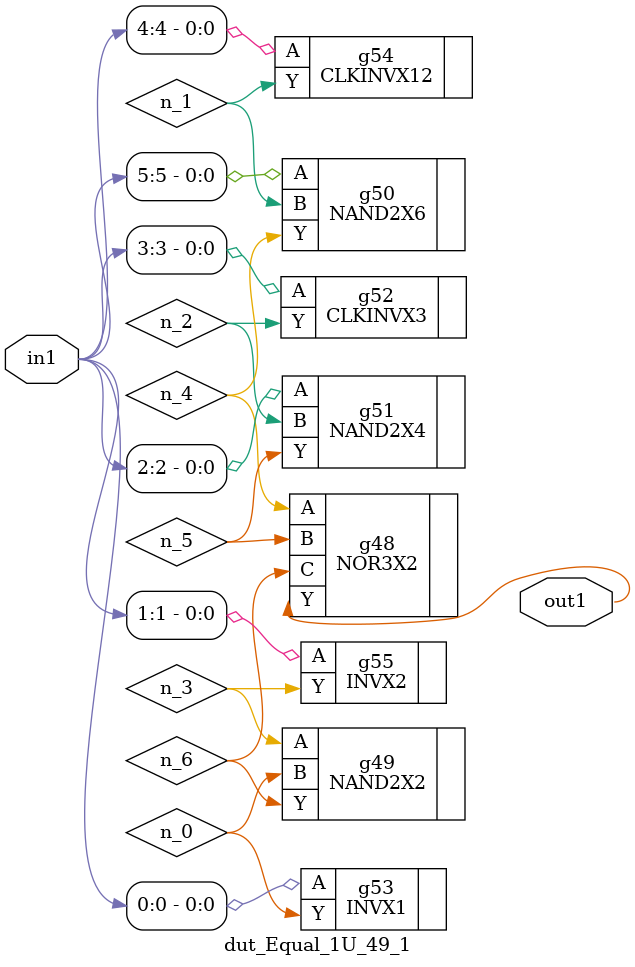
<source format=v>
`timescale 1ps / 1ps


module dut_Equal_1U_49_1(in1, out1);
  input [5:0] in1;
  output out1;
  wire [5:0] in1;
  wire out1;
  wire n_0, n_1, n_2, n_3, n_4, n_5, n_6;
  NOR3X2 g48(.A (n_4), .B (n_5), .C (n_6), .Y (out1));
  NAND2X2 g49(.A (n_3), .B (n_0), .Y (n_6));
  NAND2X4 g51(.A (in1[2]), .B (n_2), .Y (n_5));
  NAND2X6 g50(.A (in1[5]), .B (n_1), .Y (n_4));
  INVX2 g55(.A (in1[1]), .Y (n_3));
  CLKINVX3 g52(.A (in1[3]), .Y (n_2));
  CLKINVX12 g54(.A (in1[4]), .Y (n_1));
  INVX1 g53(.A (in1[0]), .Y (n_0));
endmodule



</source>
